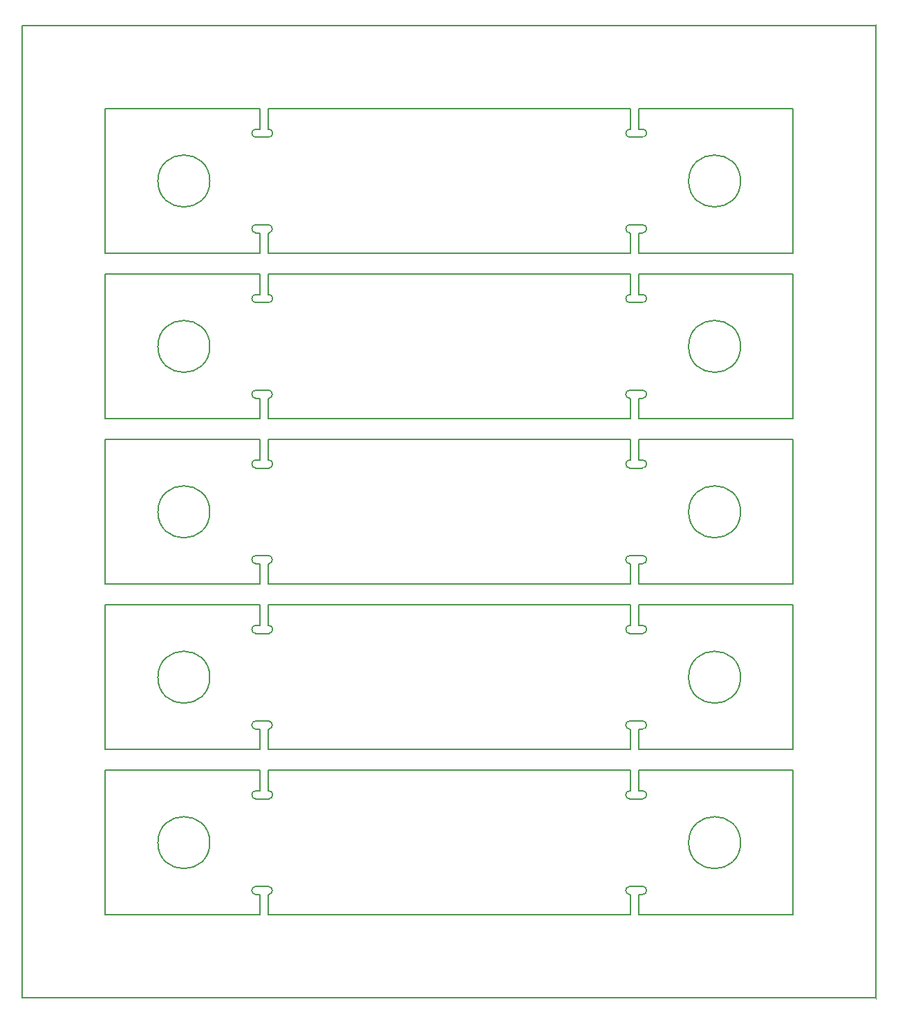
<source format=gbr>
G04 CAM350/DFMSTREAM V12.2 (Build 1155) Date:  Thu Aug 08 15:54:00 2019 *
G04 Database: C:\Users\ptome\Documents\Data - Open Quotes\PURDUE UNIVERSITY\CPC_MOCKUP_HDI_1X2_V2 REV 2.00\CPC_MOCKUP_HDI_1X2_V2 REV 2.00.cam *
G04 Layer 11: Assembly_Array *
%FSLAX44Y44*%
%MOIN*%
%SFA1.000B1.000*%

%MIA0B0*%
%IPPOS*%
%ADD23C,0.00500*%
%ADD25R,0.00394X0.01575*%
%LNAssembly_Array*%
%LPD*%
G54D23*
X0Y0D02*
G01X7480D01*
Y984*
X7283*
Y1378D02*
G75*
G03X7283Y984J-197D01*
Y1378D02*
G01X7894D01*
Y984D02*
G03X7894Y1378I-20J197D01*
Y984D02*
G01X7874D01*
Y0*
X25335*
Y984*
X25315*
Y1378D02*
G03X25315Y984J-197D01*
Y1378D02*
G01X25925D01*
Y984D02*
G03X25925Y1378J197D01*
Y984D02*
G01X25728D01*
Y0*
X33189*
Y6969*
X25728*
Y5984*
X25925*
Y5591D02*
G03X25925Y5984J197D01*
Y5591D02*
G01X25315D01*
Y5984D02*
G03X25315Y5591J-197D01*
Y5984D02*
G01X25335D01*
Y6969*
X7874*
Y5984*
X7894*
Y5591D02*
G03X7894Y5984J197D01*
Y5591D02*
G01X7283D01*
Y5984D02*
G03X7283Y5591J-197D01*
Y5984D02*
G01X7480D01*
Y6969*
X0*
Y0*
X5061Y3484D02*
G03X5061Y3484I-1252D01*
X30652D02*
G03X30652Y3484I-1252D01*
X0Y0D02*
G01X7480D01*
Y984*
X7283*
Y1378D02*
G03X7283Y984J-197D01*
Y1378D02*
G01X7894D01*
Y984D02*
G03X7894Y1378I-20J197D01*
Y984D02*
G01X7874D01*
Y0*
X25335*
Y984*
X25315*
Y1378D02*
G03X25315Y984J-197D01*
Y1378D02*
G01X25925D01*
Y984D02*
G03X25925Y1378J197D01*
Y984D02*
G01X25728D01*
Y0*
X33189*
Y6969*
X25728*
Y5984*
X25925*
Y5591D02*
G03X25925Y5984J197D01*
Y5591D02*
G01X25315D01*
Y5984D02*
G03X25315Y5591J-197D01*
Y5984D02*
G01X25335D01*
Y6969*
X7874*
Y5984*
X7894*
Y5591D02*
G03X7894Y5984J197D01*
Y5591D02*
G01X7283D01*
Y5984D02*
G03X7283Y5591J-197D01*
Y5984D02*
G01X7480D01*
Y6969*
X0*
Y0*
X5061Y3484D02*
G03X5061Y3484I-1252D01*
X30652D02*
G03X30652Y3484I-1252D01*
X0Y7969D02*
G01X7480D01*
Y8953*
X7283*
Y9347D02*
G03X7283Y8953J-197D01*
Y9347D02*
G01X7894D01*
Y8953D02*
G03X7894Y9347I-20J197D01*
Y8953D02*
G01X7874D01*
Y7969*
X25335*
Y8953*
X25315*
Y9347D02*
G03X25315Y8953J-197D01*
Y9347D02*
G01X25925D01*
Y8953D02*
G03X25925Y9347J197D01*
Y8953D02*
G01X25728D01*
Y7969*
X33189*
Y14938*
X25728*
Y13953*
X25925*
Y13560D02*
G03X25925Y13953J197D01*
Y13560D02*
G01X25315D01*
Y13953D02*
G03X25315Y13560J-197D01*
Y13953D02*
G01X25335D01*
Y14938*
X7874*
Y13953*
X7894*
Y13560D02*
G03X7894Y13953J197D01*
Y13560D02*
G01X7283D01*
Y13953D02*
G03X7283Y13560J-197D01*
Y13953D02*
G01X7480D01*
Y14938*
X0*
Y7969*
X5061Y11453D02*
G03X5061Y11453I-1252D01*
X30652D02*
G03X30652Y11453I-1252D01*
X0Y7969D02*
G01X7480D01*
Y8953*
X7283*
Y9347D02*
G03X7283Y8953J-197D01*
Y9347D02*
G01X7894D01*
Y8953D02*
G03X7894Y9347I-20J197D01*
Y8953D02*
G01X7874D01*
Y7969*
X25335*
Y8953*
X25315*
Y9347D02*
G03X25315Y8953J-197D01*
Y9347D02*
G01X25925D01*
Y8953D02*
G03X25925Y9347J197D01*
Y8953D02*
G01X25728D01*
Y7969*
X33189*
Y14938*
X25728*
Y13953*
X25925*
Y13560D02*
G03X25925Y13953J197D01*
Y13560D02*
G01X25315D01*
Y13953D02*
G03X25315Y13560J-197D01*
Y13953D02*
G01X25335D01*
Y14938*
X7874*
Y13953*
X7894*
Y13560D02*
G03X7894Y13953J197D01*
Y13560D02*
G01X7283D01*
Y13953D02*
G03X7283Y13560J-197D01*
Y13953D02*
G01X7480D01*
Y14938*
X0*
Y7969*
X5061Y11453D02*
G03X5061Y11453I-1252D01*
X30652D02*
G03X30652Y11453I-1252D01*
X0Y15938D02*
G01X7480D01*
Y16922*
X7283*
Y17316D02*
G03X7283Y16922J-197D01*
Y17316D02*
G01X7894D01*
Y16922D02*
G03X7894Y17316I-20J197D01*
Y16922D02*
G01X7874D01*
Y15938*
X25335*
Y16922*
X25315*
Y17316D02*
G03X25315Y16922J-197D01*
Y17316D02*
G01X25925D01*
Y16922D02*
G03X25925Y17316J197D01*
Y16922D02*
G01X25728D01*
Y15938*
X33189*
Y22907*
X25728*
Y21922*
X25925*
Y21529D02*
G03X25925Y21922J197D01*
Y21529D02*
G01X25315D01*
Y21922D02*
G03X25315Y21529J-197D01*
Y21922D02*
G01X25335D01*
Y22907*
X7874*
Y21922*
X7894*
Y21529D02*
G03X7894Y21922J197D01*
Y21529D02*
G01X7283D01*
Y21922D02*
G03X7283Y21529J-197D01*
Y21922D02*
G01X7480D01*
Y22907*
X0*
Y15938*
X5061Y19422D02*
G03X5061Y19422I-1252D01*
X30652D02*
G03X30652Y19422I-1252D01*
X0Y15938D02*
G01X7480D01*
Y16922*
X7283*
Y17316D02*
G03X7283Y16922J-197D01*
Y17316D02*
G01X7894D01*
Y16922D02*
G03X7894Y17316I-20J197D01*
Y16922D02*
G01X7874D01*
Y15938*
X25335*
Y16922*
X25315*
Y17316D02*
G03X25315Y16922J-197D01*
Y17316D02*
G01X25925D01*
Y16922D02*
G03X25925Y17316J197D01*
Y16922D02*
G01X25728D01*
Y15938*
X33189*
Y22907*
X25728*
Y21922*
X25925*
Y21529D02*
G03X25925Y21922J197D01*
Y21529D02*
G01X25315D01*
Y21922D02*
G03X25315Y21529J-197D01*
Y21922D02*
G01X25335D01*
Y22907*
X7874*
Y21922*
X7894*
Y21529D02*
G03X7894Y21922J197D01*
Y21529D02*
G01X7283D01*
Y21922D02*
G03X7283Y21529J-197D01*
Y21922D02*
G01X7480D01*
Y22907*
X0*
Y15938*
X5061Y19422D02*
G03X5061Y19422I-1252D01*
X30652D02*
G03X30652Y19422I-1252D01*
X0Y23907D02*
G01X7480D01*
Y24891*
X7283*
Y25285D02*
G03X7283Y24891J-197D01*
Y25285D02*
G01X7894D01*
Y24891D02*
G03X7894Y25285I-20J197D01*
Y24891D02*
G01X7874D01*
Y23907*
X25335*
Y24891*
X25315*
Y25285D02*
G03X25315Y24891J-197D01*
Y25285D02*
G01X25925D01*
Y24891D02*
G03X25925Y25285J197D01*
Y24891D02*
G01X25728D01*
Y23907*
X33189*
Y30876*
X25728*
Y29891*
X25925*
Y29498D02*
G03X25925Y29891J197D01*
Y29498D02*
G01X25315D01*
Y29891D02*
G03X25315Y29498J-197D01*
Y29891D02*
G01X25335D01*
Y30876*
X7874*
Y29891*
X7894*
Y29498D02*
G03X7894Y29891J197D01*
Y29498D02*
G01X7283D01*
Y29891D02*
G03X7283Y29498J-197D01*
Y29891D02*
G01X7480D01*
Y30876*
X0*
Y23907*
X5061Y27391D02*
G03X5061Y27391I-1252D01*
X30652D02*
G03X30652Y27391I-1252D01*
X0Y23907D02*
G01X7480D01*
Y24891*
X7283*
Y25285D02*
G03X7283Y24891J-197D01*
Y25285D02*
G01X7894D01*
Y24891D02*
G03X7894Y25285I-20J197D01*
Y24891D02*
G01X7874D01*
Y23907*
X25335*
Y24891*
X25315*
Y25285D02*
G03X25315Y24891J-197D01*
Y25285D02*
G01X25925D01*
Y24891D02*
G03X25925Y25285J197D01*
Y24891D02*
G01X25728D01*
Y23907*
X33189*
Y30876*
X25728*
Y29891*
X25925*
Y29498D02*
G03X25925Y29891J197D01*
Y29498D02*
G01X25315D01*
Y29891D02*
G03X25315Y29498J-197D01*
Y29891D02*
G01X25335D01*
Y30876*
X7874*
Y29891*
X7894*
Y29498D02*
G03X7894Y29891J197D01*
Y29498D02*
G01X7283D01*
Y29891D02*
G03X7283Y29498J-197D01*
Y29891D02*
G01X7480D01*
Y30876*
X0*
Y23907*
X5061Y27391D02*
G03X5061Y27391I-1252D01*
X30652D02*
G03X30652Y27391I-1252D01*
X0Y31876D02*
G01X7480D01*
Y32860*
X7283*
Y33254D02*
G03X7283Y32860J-197D01*
Y33254D02*
G01X7894D01*
Y32860D02*
G03X7894Y33254I-20J197D01*
Y32860D02*
G01X7874D01*
Y31876*
X25335*
Y32860*
X25315*
Y33254D02*
G03X25315Y32860J-197D01*
Y33254D02*
G01X25925D01*
Y32860D02*
G03X25925Y33254J197D01*
Y32860D02*
G01X25728D01*
Y31876*
X33189*
Y38845*
X25728*
Y37860*
X25925*
Y37467D02*
G03X25925Y37860J197D01*
Y37467D02*
G01X25315D01*
Y37860D02*
G03X25315Y37467J-197D01*
Y37860D02*
G01X25335D01*
Y38845*
X7874*
Y37860*
X7894*
Y37467D02*
G03X7894Y37860J197D01*
Y37467D02*
G01X7283D01*
Y37860D02*
G03X7283Y37467J-197D01*
Y37860D02*
G01X7480D01*
Y38845*
X0*
Y31876*
X5061Y35360D02*
G03X5061Y35360I-1252D01*
X30652D02*
G03X30652Y35360I-1252D01*
X0Y31876D02*
G01X7480D01*
Y32860*
X7283*
Y33254D02*
G03X7283Y32860J-197D01*
Y33254D02*
G01X7894D01*
Y32860D02*
G03X7894Y33254I-20J197D01*
Y32860D02*
G01X7874D01*
Y31876*
X25335*
Y32860*
X25315*
Y33254D02*
G03X25315Y32860J-197D01*
Y33254D02*
G01X25925D01*
Y32860D02*
G03X25925Y33254J197D01*
Y32860D02*
G01X25728D01*
Y31876*
X33189*
Y38845*
X25728*
Y37860*
X25925*
Y37467D02*
G03X25925Y37860J197D01*
Y37467D02*
G01X25315D01*
Y37860D02*
G03X25315Y37467J-197D01*
Y37860D02*
G01X25335D01*
Y38845*
X7874*
Y37860*
X7894*
Y37467D02*
G03X7894Y37860J197D01*
Y37467D02*
G01X7283D01*
Y37860D02*
G03X7283Y37467J-197D01*
Y37860D02*
G01X7480D01*
Y38845*
X0*
Y31876*
X5061Y35360D02*
G03X5061Y35360I-1252D01*
X30652D02*
G03X30652Y35360I-1252D01*
G54D25*
X37189Y42845D02*
G01Y-4000D01*
Y42845D02*
G01Y-4000D01*
Y42845D02*
G01Y-4000D01*
G54D23*
X-4000D02*
G01Y42845D01*
X37189Y-4000D02*
G01Y42845D01*
X-4000Y-4000D02*
G01X37189D01*
X-4000Y42845D02*
G01X37189D01*
M02*

</source>
